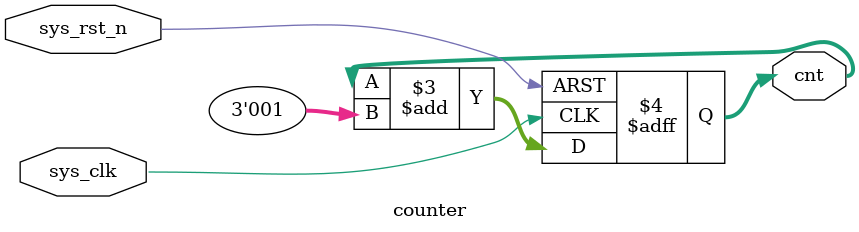
<source format=v>

module counter(
	input				sys_clk,
	input				sys_rst_n,
	
	output	reg [2:0]	cnt
    );

always@(posedge sys_clk or negedge sys_rst_n) begin
	if(!sys_rst_n)
		cnt <= 3'd0;
	else
		cnt <= cnt + 3'd1;
end

endmodule

</source>
